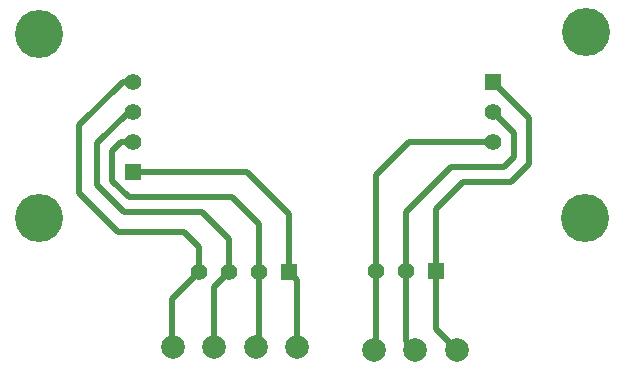
<source format=gbl>
G04 ( created by brdgerber.py ( brdgerber.py v0.1 2014-03-12 ) ) date 2021-02-22 12:09:10 EST*
G04 Gerber Fmt 3.4, Leading zero omitted, Abs format*
%MOIN*%
%FSLAX34Y34*%
G01*
G70*
G90*
G04 APERTURE LIST*
%ADD14R,0.0550X0.0550*%
%ADD18C,0.0000*%
%ADD16C,0.0120*%
%ADD13C,0.0150*%
%ADD12C,0.0100*%
%ADD17C,0.0787*%
%ADD10C,0.0200*%
%ADD15C,0.0550*%
%ADD11C,0.1600*%
G04 APERTURE END LIST*
G54D14*
D11*
X-08700Y-02100D03*
D11*
X09500Y-02100D03*
D11*
X-08700Y04050D03*
D11*
X09550Y04100D03*
D14*
X-00350Y-03900D03*
D15*
X-01350Y-03900D03*
D15*
X-02350Y-03900D03*
D15*
X-03350Y-03900D03*
D14*
X-05550Y-00550D03*
D15*
X-05550Y00450D03*
D15*
X-05550Y01450D03*
D15*
X-05550Y02450D03*
D14*
X04550Y-03850D03*
D15*
X03550Y-03850D03*
D15*
X02550Y-03850D03*
D14*
X06450Y02450D03*
D15*
X06450Y01450D03*
D15*
X06450Y00450D03*
D10*
G01X-05550Y-00550D02*
G01X-01750Y-00550D01*
D10*
G01X-01750Y-00550D02*
G01X-00350Y-01950D01*
D10*
G01X-00350Y-01950D02*
G01X-00350Y-03900D01*
D10*
G01X-05550Y00450D02*
G01X-05950Y00450D01*
D10*
G01X-05950Y00450D02*
G01X-06250Y00150D01*
D10*
G01X-06250Y00150D02*
G01X-06250Y-00850D01*
D10*
G01X-06250Y-00850D02*
G01X-05700Y-01400D01*
D10*
G01X-05700Y-01400D02*
G01X-02250Y-01400D01*
D10*
G01X-02250Y-01400D02*
G01X-01350Y-02300D01*
D10*
G01X-01350Y-02300D02*
G01X-01350Y-03900D01*
D10*
G01X-05550Y01450D02*
G01X-05700Y01450D01*
D10*
G01X-05700Y01450D02*
G01X-06750Y00400D01*
D10*
G01X-06750Y00400D02*
G01X-06750Y-01000D01*
D10*
G01X-06750Y-01000D02*
G01X-05850Y-01900D01*
D10*
G01X-05850Y-01900D02*
G01X-03250Y-01900D01*
D10*
G01X-03250Y-01900D02*
G01X-02350Y-02800D01*
D10*
G01X-02350Y-02800D02*
G01X-02350Y-03900D01*
D10*
G01X-05550Y02450D02*
G01X-05900Y02450D01*
D10*
G01X-05900Y02450D02*
G01X-07350Y01000D01*
D10*
G01X-07350Y01000D02*
G01X-07350Y-01250D01*
D10*
G01X-07350Y-01250D02*
G01X-06050Y-02550D01*
D10*
G01X-06050Y-02550D02*
G01X-03850Y-02550D01*
D10*
G01X-03850Y-02550D02*
G01X-03350Y-03050D01*
D10*
G01X-03350Y-03050D02*
G01X-03350Y-03900D01*
D10*
G01X02550Y-03850D02*
G01X02550Y-00650D01*
D10*
G01X02550Y-00650D02*
G01X03650Y00450D01*
D10*
G01X03650Y00450D02*
G01X06450Y00450D01*
D10*
G01X03550Y-03850D02*
G01X03550Y-01900D01*
D10*
G01X03550Y-01900D02*
G01X05050Y-00400D01*
D10*
G01X05050Y-00400D02*
G01X06800Y-00400D01*
D10*
G01X06800Y-00400D02*
G01X07150Y-00050D01*
D10*
G01X07150Y-00050D02*
G01X07150Y00750D01*
D10*
G01X07150Y00750D02*
G01X06450Y01450D01*
D10*
G01X04550Y-03850D02*
G01X04550Y-01800D01*
D10*
G01X04550Y-01800D02*
G01X05450Y-00900D01*
D10*
G01X05450Y-00900D02*
G01X07050Y-00900D01*
D10*
G01X07050Y-00900D02*
G01X07650Y-00300D01*
D10*
G01X07650Y-00300D02*
G01X07650Y01250D01*
D10*
G01X07650Y01250D02*
G01X06450Y02450D01*
D17*
X02472Y-06500D03*
D17*
X03850Y-06500D03*
D17*
X05228Y-06500D03*
D17*
X-04228Y-06400D03*
D17*
X-02850Y-06400D03*
D17*
X-01472Y-06400D03*
D17*
X-00094Y-06400D03*
D10*
G01X-04250Y-06400D02*
G01X-04250Y-04800D01*
D10*
G01X-04250Y-04800D02*
G01X-03350Y-03900D01*
D10*
G01X-02850Y-06400D02*
G01X-02850Y-04400D01*
D10*
G01X-02850Y-04400D02*
G01X-02350Y-03900D01*
D10*
G01X-01350Y-03900D02*
G01X-01350Y-06300D01*
D10*
G01X-01350Y-06300D02*
G01X-01450Y-06400D01*
D10*
G01X-00100Y-06400D02*
G01X-00100Y-04150D01*
D10*
G01X-00100Y-04150D02*
G01X-00350Y-03900D01*
D10*
G01X02550Y-03850D02*
G01X02550Y-06400D01*
D10*
G01X02550Y-06400D02*
G01X02450Y-06500D01*
D10*
G01X03550Y-03850D02*
G01X03550Y-06200D01*
D10*
G01X03550Y-06200D02*
G01X03850Y-06500D01*
D10*
G01X04550Y-03850D02*
G01X04550Y-05800D01*
D10*
G01X04550Y-05800D02*
G01X05250Y-06500D01*
M02*

</source>
